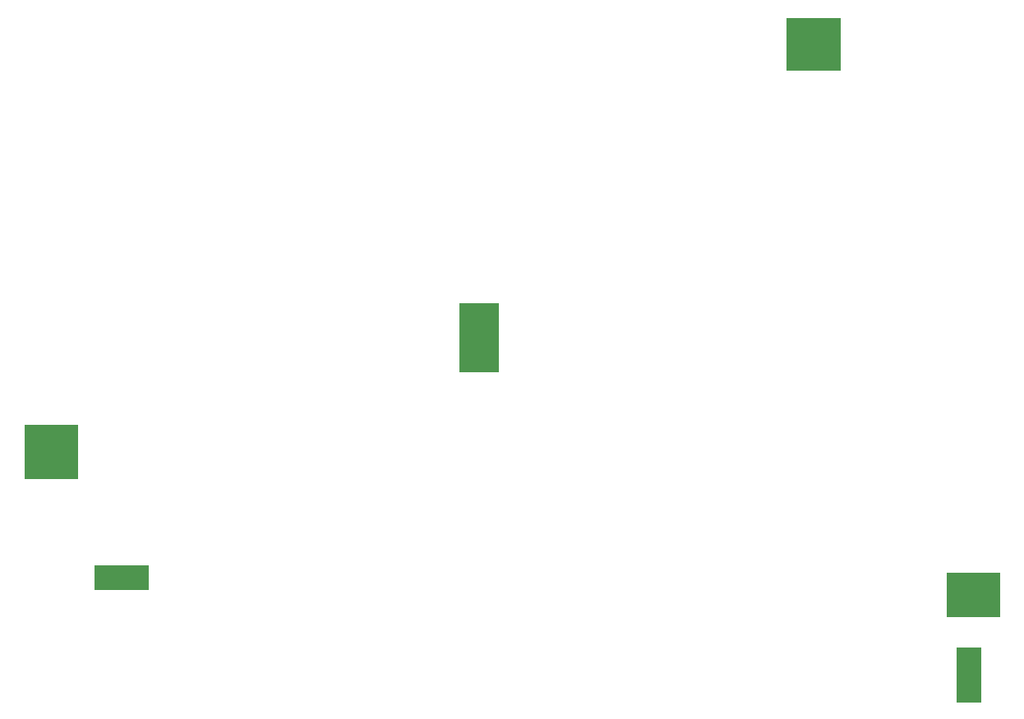
<source format=gbr>
%TF.GenerationSoftware,KiCad,Pcbnew,7.0.5*%
%TF.CreationDate,2023-09-23T20:40:57+01:00*%
%TF.ProjectId,buttonsSuper,62757474-6f6e-4735-9375-7065722e6b69,rev?*%
%TF.SameCoordinates,Original*%
%TF.FileFunction,OtherDrawing,Comment*%
%FSLAX46Y46*%
G04 Gerber Fmt 4.6, Leading zero omitted, Abs format (unit mm)*
G04 Created by KiCad (PCBNEW 7.0.5) date 2023-09-23 20:40:57*
%MOMM*%
%LPD*%
G01*
G04 APERTURE LIST*
%ADD10C,0.100000*%
G04 APERTURE END LIST*
%TO.C,C4*%
D10*
X112075000Y-96750000D02*
X108075000Y-96750000D01*
X108075000Y-89750000D01*
X112075000Y-89750000D01*
X112075000Y-96750000D01*
G36*
X112075000Y-96750000D02*
G01*
X108075000Y-96750000D01*
X108075000Y-89750000D01*
X112075000Y-89750000D01*
X112075000Y-96750000D01*
G37*
%TO.C,C3*%
X163677600Y-122001565D02*
X158317600Y-122001565D01*
X158325600Y-117496565D01*
X163685600Y-117496565D01*
X163677600Y-122001565D01*
G36*
X163677600Y-122001565D02*
G01*
X158317600Y-122001565D01*
X158325600Y-117496565D01*
X163685600Y-117496565D01*
X163677600Y-122001565D01*
G37*
%TO.C,C7*%
X147256014Y-60327085D02*
X147256014Y-65687085D01*
X141746014Y-65679085D01*
X141746014Y-60319085D01*
X147256014Y-60327085D01*
G36*
X147256014Y-60327085D02*
G01*
X147256014Y-65687085D01*
X141746014Y-65679085D01*
X141746014Y-60319085D01*
X147256014Y-60327085D01*
G37*
%TO.C,C1*%
X161750000Y-130750000D02*
X159312000Y-130755000D01*
X159320000Y-125245000D01*
X161750000Y-125245000D01*
X161750000Y-130750000D01*
G36*
X161750000Y-130750000D02*
G01*
X159312000Y-130755000D01*
X159320000Y-125245000D01*
X161750000Y-125245000D01*
X161750000Y-130750000D01*
G37*
%TO.C,C2*%
X76005000Y-119188000D02*
X70495000Y-119180000D01*
X70495000Y-116750000D01*
X76000000Y-116750000D01*
X76005000Y-119188000D01*
G36*
X76005000Y-119188000D02*
G01*
X70495000Y-119180000D01*
X70495000Y-116750000D01*
X76000000Y-116750000D01*
X76005000Y-119188000D01*
G37*
%TO.C,C5*%
X68688000Y-107755000D02*
X63328000Y-107755000D01*
X63320000Y-102245000D01*
X68680000Y-102245000D01*
X68688000Y-107755000D01*
G36*
X68688000Y-107755000D02*
G01*
X63328000Y-107755000D01*
X63320000Y-102245000D01*
X68680000Y-102245000D01*
X68688000Y-107755000D01*
G37*
%TD*%
M02*

</source>
